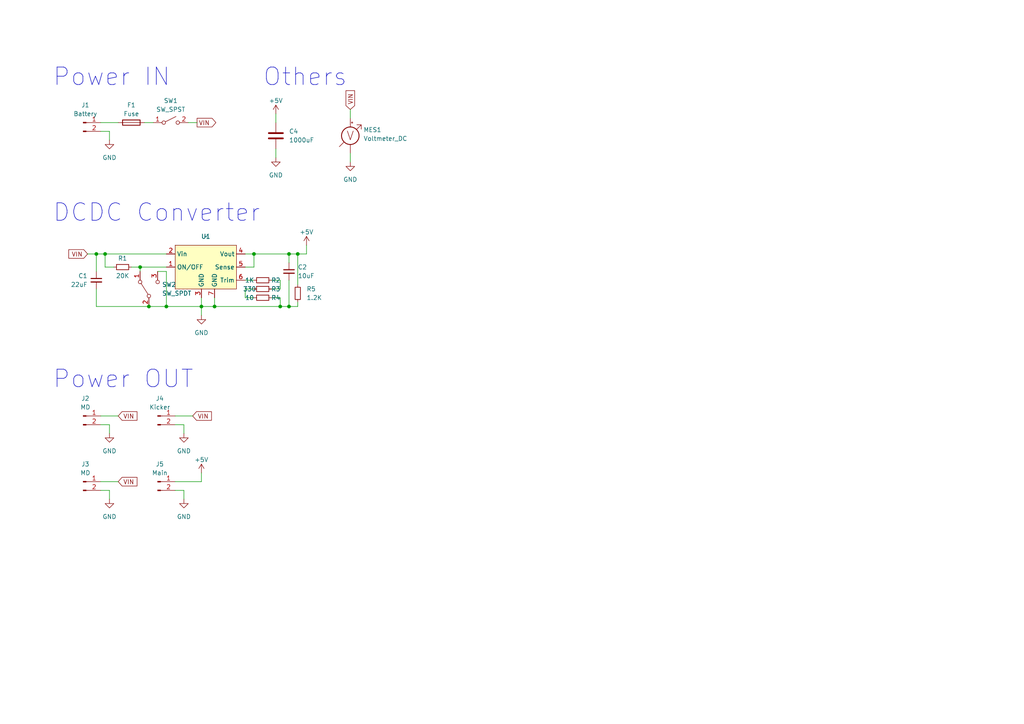
<source format=kicad_sch>
(kicad_sch (version 20230121) (generator eeschema)
  (paper "A4")
  (lib_symbols
    (symbol "@2023-2_PowerSupply:OKL-T/6-W12"
      (property "Reference" "U" (at 0 2.54 0))
      (symbol "OKL-T/6-W12_1_1"
        (rectangle (start -8.89 0) (end 8.89 -12.7) (fill (type background)))
        (pin passive line (at -11.43 -6.35 0) (length 2.54) (name "ON/OFF") (number "1"))
        (pin passive line (at -11.43 -2.54 0) (length 2.54) (name "Vin") (number "2"))
        (pin passive line (at -1.27 -15.24 90) (length 2.54) (name "GND") (number "3"))
        (pin passive line (at 11.43 -2.54 180) (length 2.54) (name "Vout") (number "4"))
        (pin passive line (at 11.43 -6.35 180) (length 2.54) (name "Sense") (number "5"))
        (pin passive line (at 11.43 -10.16 180) (length 2.54) (name "Trim") (number "6"))
        (pin passive line (at 2.54 -15.24 90) (length 2.54) (name "GND") (number "7"))
      )
    )
    (symbol "Connector:Conn_01x02_Pin" (pin_names (offset 1.016) hide)
      (property "Reference" "J" (at 0 2.54 0))
      (property "Value" "Conn_01x02_Pin" (at 0 -5.08 0))
      (symbol "Conn_01x02_Pin_1_1"
        (polyline (pts (xy 1.27 -2.54) (xy 0.8636 -2.54)) (stroke (width 0.1524)))
        (polyline (pts (xy 1.27 0) (xy 0.8636 0)) (stroke (width 0.1524)))
        (rectangle (start 0.8636 -2.413) (end 0 -2.667) (stroke (width 0.1524)) (fill (type outline)))
        (rectangle (start 0.8636 0.127) (end 0 -0.127) (stroke (width 0.1524)) (fill (type outline)))
        (pin passive line (at 5.08 0 180) (length 3.81) (name "Pin_1") (number "1"))
        (pin passive line (at 5.08 -2.54 180) (length 3.81) (name "Pin_2") (number "2"))
      )
    )
    (symbol "Device:C" (pin_numbers hide) (pin_names (offset 0.254))
      (property "Reference" "C" (at 0.635 2.54 0))
      (property "Value" "C" (at 0.635 -2.54 0))
      (symbol "C_0_1"
        (polyline (pts (xy -2.032 -0.762) (xy 2.032 -0.762)) (stroke (width 0.508)))
        (polyline (pts (xy -2.032 0.762) (xy 2.032 0.762)) (stroke (width 0.508)))
      )
      (symbol "C_1_1"
        (pin passive line (at 0 3.81 270) (length 2.794) (name "~") (number "1"))
        (pin passive line (at 0 -3.81 90) (length 2.794) (name "~") (number "2"))
      )
    )
    (symbol "Device:C_Small" (pin_numbers hide) (pin_names (offset 0.254) hide)
      (property "Reference" "C" (at 0.254 1.778 0))
      (property "Value" "C_Small" (at 0.254 -2.032 0))
      (symbol "C_Small_0_1"
        (polyline (pts (xy -1.524 -0.508) (xy 1.524 -0.508)) (stroke (width 0.3302)))
        (polyline (pts (xy -1.524 0.508) (xy 1.524 0.508)) (stroke (width 0.3048)))
      )
      (symbol "C_Small_1_1"
        (pin passive line (at 0 2.54 270) (length 2.032) (name "~") (number "1"))
        (pin passive line (at 0 -2.54 90) (length 2.032) (name "~") (number "2"))
      )
    )
    (symbol "Device:Fuse" (pin_numbers hide) (pin_names (offset 0))
      (property "Reference" "F" (at 2.032 0 90))
      (property "Value" "Fuse" (at -1.905 0 90))
      (symbol "Fuse_0_1"
        (rectangle (start -0.762 -2.54) (end 0.762 2.54) (stroke (width 0.254)))
        (polyline (pts (xy 0 2.54) (xy 0 -2.54)))
      )
      (symbol "Fuse_1_1"
        (pin passive line (at 0 3.81 270) (length 1.27) (name "~") (number "1"))
        (pin passive line (at 0 -3.81 90) (length 1.27) (name "~") (number "2"))
      )
    )
    (symbol "Device:R_Small" (pin_numbers hide) (pin_names (offset 0.254) hide)
      (property "Reference" "R" (at 0.762 0.508 0))
      (property "Value" "R_Small" (at 0.762 -1.016 0))
      (symbol "R_Small_0_1"
        (rectangle (start -0.762 1.778) (end 0.762 -1.778) (stroke (width 0.2032)))
      )
      (symbol "R_Small_1_1"
        (pin passive line (at 0 2.54 270) (length 0.762) (name "~") (number "1"))
        (pin passive line (at 0 -2.54 90) (length 0.762) (name "~") (number "2"))
      )
    )
    (symbol "Device:Voltmeter_DC" (pin_numbers hide) (pin_names (offset 0.0254) hide)
      (property "Reference" "MES" (at -3.302 1.016 0))
      (property "Value" "Voltmeter_DC" (at -3.302 -0.762 0))
      (symbol "Voltmeter_DC_0_0"
        (polyline (pts (xy -3.175 -3.175) (xy -1.905 -1.905)))
        (polyline (pts (xy 1.905 1.905) (xy 3.175 3.175)))
        (polyline (pts (xy 1.905 3.175) (xy 3.175 3.175) (xy 3.175 1.905)))
        (text "V" (at 0 0 0) (effects (font (size 2.54 2.54))))
      )
      (symbol "Voltmeter_DC_0_1"
        (polyline (pts (xy 0.254 3.81) (xy 0.762 3.81)))
        (polyline (pts (xy 0.508 4.064) (xy 0.508 3.556)))
        (circle (center 0 0) (radius 2.54) (stroke (width 0.254)))
      )
      (symbol "Voltmeter_DC_1_1"
        (pin passive line (at 0 -5.08 90) (length 2.54) (name "-") (number "1"))
        (pin passive line (at 0 5.08 270) (length 2.54) (name "+") (number "2"))
      )
    )
    (symbol "Switch:SW_SPDT" (pin_names (offset 0) hide)
      (property "Reference" "SW" (at 0 4.318 0))
      (property "Value" "SW_SPDT" (at 0 -5.08 0))
      (symbol "SW_SPDT_0_0"
        (circle (center -2.032 0) (radius 0.508))
        (circle (center 2.032 -2.54) (radius 0.508))
      )
      (symbol "SW_SPDT_0_1"
        (polyline (pts (xy -1.524 0.254) (xy 1.651 2.286)))
        (circle (center 2.032 2.54) (radius 0.508))
      )
      (symbol "SW_SPDT_1_1"
        (pin passive line (at 5.08 2.54 180) (length 2.54) (name "A") (number "1"))
        (pin passive line (at -5.08 0 0) (length 2.54) (name "B") (number "2"))
        (pin passive line (at 5.08 -2.54 180) (length 2.54) (name "C") (number "3"))
      )
    )
    (symbol "Switch:SW_SPST" (pin_names (offset 0) hide)
      (property "Reference" "SW" (at 0 3.175 0))
      (property "Value" "SW_SPST" (at 0 -2.54 0))
      (symbol "SW_SPST_0_0"
        (circle (center -2.032 0) (radius 0.508))
        (polyline (pts (xy -1.524 0.254) (xy 1.524 1.778)))
        (circle (center 2.032 0) (radius 0.508))
      )
      (symbol "SW_SPST_1_1"
        (pin passive line (at -5.08 0 0) (length 2.54) (name "A") (number "1"))
        (pin passive line (at 5.08 0 180) (length 2.54) (name "B") (number "2"))
      )
    )
    (symbol "power:+5V" (power) (pin_names (offset 0))
      (property "Value" "+5V" (at 0 3.556 0))
      (symbol "+5V_0_1"
        (polyline (pts (xy -0.762 1.27) (xy 0 2.54)))
        (polyline (pts (xy 0 0) (xy 0 2.54)))
        (polyline (pts (xy 0 2.54) (xy 0.762 1.27)))
      )
      (symbol "+5V_1_1"
        (pin power_in line (at 0 0 90) (length 0) hide (name "+5V") (number "1"))
      )
    )
    (symbol "power:GND" (power) (pin_names (offset 0))
      (property "Value" "GND" (at 0 -3.81 0))
      (symbol "GND_0_1"
        (polyline (pts (xy 0 0) (xy 0 -1.27) (xy 1.27 -1.27) (xy 0 -2.54) (xy -1.27 -1.27) (xy 0 -1.27)))
      )
      (symbol "GND_1_1"
        (pin power_in line (at 0 0 270) (length 0) hide (name "GND") (number "1"))
      )
    )
  )
  (junction (at 73.66 73.66))
  (junction (at 48.26 88.9))
  (junction (at 83.82 73.66))
  (junction (at 58.42 88.9))
  (junction (at 86.36 73.66))
  (junction (at 40.64 77.47))
  (junction (at 62.23 88.9))
  (junction (at 81.28 88.9))
  (junction (at 43.18 88.9))
  (junction (at 27.94 73.66))
  (junction (at 30.48 73.66))
  (junction (at 83.82 88.9))
  (wire (pts (xy 101.6 31.75) (xy 101.6 34.29)))
  (wire (pts (xy 48.26 88.9) (xy 58.42 88.9)))
  (wire (pts (xy 83.82 73.66) (xy 83.82 76.2)))
  (wire (pts (xy 81.28 86.36) (xy 81.28 88.9)))
  (wire (pts (xy 62.23 88.9) (xy 62.23 86.36)))
  (wire (pts (xy 81.28 88.9) (xy 83.82 88.9)))
  (wire (pts (xy 78.74 81.28) (xy 81.28 81.28)))
  (wire (pts (xy 58.42 137.16) (xy 58.42 139.7)))
  (wire (pts (xy 29.21 139.7) (xy 34.29 139.7)))
  (wire (pts (xy 71.12 73.66) (xy 73.66 73.66)))
  (wire (pts (xy 29.21 38.1) (xy 31.75 38.1)))
  (wire (pts (xy 58.42 88.9) (xy 58.42 91.44)))
  (wire (pts (xy 25.4 73.66) (xy 27.94 73.66)))
  (wire (pts (xy 58.42 88.9) (xy 62.23 88.9)))
  (wire (pts (xy 50.8 120.65) (xy 55.88 120.65)))
  (wire (pts (xy 53.34 123.19) (xy 53.34 125.73)))
  (wire (pts (xy 78.74 86.36) (xy 81.28 86.36)))
  (wire (pts (xy 50.8 123.19) (xy 53.34 123.19)))
  (wire (pts (xy 50.8 139.7) (xy 58.42 139.7)))
  (wire (pts (xy 88.9 71.12) (xy 88.9 73.66)))
  (wire (pts (xy 101.6 44.45) (xy 101.6 46.99)))
  (wire (pts (xy 30.48 73.66) (xy 30.48 77.47)))
  (wire (pts (xy 81.28 83.82) (xy 78.74 83.82)))
  (wire (pts (xy 53.34 142.24) (xy 53.34 144.78)))
  (wire (pts (xy 73.66 73.66) (xy 83.82 73.66)))
  (wire (pts (xy 31.75 123.19) (xy 31.75 125.73)))
  (wire (pts (xy 81.28 81.28) (xy 81.28 83.82)))
  (wire (pts (xy 48.26 78.74) (xy 48.26 88.9)))
  (wire (pts (xy 80.01 43.18) (xy 80.01 45.72)))
  (wire (pts (xy 30.48 73.66) (xy 48.26 73.66)))
  (wire (pts (xy 29.21 142.24) (xy 31.75 142.24)))
  (wire (pts (xy 86.36 73.66) (xy 88.9 73.66)))
  (wire (pts (xy 29.21 120.65) (xy 34.29 120.65)))
  (wire (pts (xy 27.94 83.82) (xy 27.94 88.9)))
  (wire (pts (xy 27.94 73.66) (xy 30.48 73.66)))
  (wire (pts (xy 58.42 86.36) (xy 58.42 88.9)))
  (wire (pts (xy 71.12 77.47) (xy 73.66 77.47)))
  (wire (pts (xy 33.02 77.47) (xy 30.48 77.47)))
  (wire (pts (xy 31.75 38.1) (xy 31.75 40.64)))
  (wire (pts (xy 86.36 82.55) (xy 86.36 73.66)))
  (wire (pts (xy 83.82 88.9) (xy 86.36 88.9)))
  (wire (pts (xy 40.64 77.47) (xy 48.26 77.47)))
  (wire (pts (xy 27.94 73.66) (xy 27.94 78.74)))
  (wire (pts (xy 80.01 33.02) (xy 80.01 35.56)))
  (wire (pts (xy 45.72 78.74) (xy 48.26 78.74)))
  (wire (pts (xy 50.8 142.24) (xy 53.34 142.24)))
  (wire (pts (xy 83.82 81.28) (xy 83.82 88.9)))
  (wire (pts (xy 73.66 77.47) (xy 73.66 73.66)))
  (wire (pts (xy 71.12 81.28) (xy 73.66 81.28)))
  (wire (pts (xy 86.36 87.63) (xy 86.36 88.9)))
  (wire (pts (xy 62.23 88.9) (xy 81.28 88.9)))
  (wire (pts (xy 54.61 35.56) (xy 57.15 35.56)))
  (wire (pts (xy 38.1 77.47) (xy 40.64 77.47)))
  (wire (pts (xy 71.12 86.36) (xy 73.66 86.36)))
  (wire (pts (xy 27.94 88.9) (xy 43.18 88.9)))
  (wire (pts (xy 71.12 83.82) (xy 71.12 86.36)))
  (wire (pts (xy 41.91 35.56) (xy 44.45 35.56)))
  (wire (pts (xy 43.18 88.9) (xy 48.26 88.9)))
  (wire (pts (xy 29.21 123.19) (xy 31.75 123.19)))
  (wire (pts (xy 31.75 142.24) (xy 31.75 144.78)))
  (wire (pts (xy 83.82 73.66) (xy 86.36 73.66)))
  (wire (pts (xy 40.64 77.47) (xy 40.64 78.74)))
  (wire (pts (xy 73.66 83.82) (xy 71.12 83.82)))
  (wire (pts (xy 29.21 35.56) (xy 34.29 35.56)))
  (text "Power OUT" (at 15.24 113.03 0) (effects (font (size 5.08 5.08)) (justify left bottom)))
  (text "Others" (at 76.2 25.4 0) (effects (font (size 5.08 5.08)) (justify left bottom)))
  (text "DCDC Converter" (at 15.24 64.77 0) (effects (font (size 5.08 5.08)) (justify left bottom)))
  (text "Power IN" (at 15.24 25.4 0) (effects (font (size 5.08 5.08)) (justify left bottom)))
  (global_label "VIN" (shape output) (at 57.15 35.56 0) (property "Intersheetrefs" "${INTERSHEET_REFS}" (effects hide)))
  (global_label "VIN" (shape input) (at 101.6 31.75 90) (property "Intersheetrefs" "${INTERSHEET_REFS}" (effects hide)))
  (global_label "VIN" (shape input) (at 34.29 120.65 0) (property "Intersheetrefs" "${INTERSHEET_REFS}" (effects hide)))
  (global_label "VIN" (shape input) (at 55.88 120.65 0) (property "Intersheetrefs" "${INTERSHEET_REFS}" (effects hide)))
  (global_label "VIN" (shape input) (at 34.29 139.7 0) (property "Intersheetrefs" "${INTERSHEET_REFS}" (effects hide)))
  (global_label "VIN" (shape input) (at 25.4 73.66 180) (property "Intersheetrefs" "${INTERSHEET_REFS}" (effects hide)))
  (symbol (lib_id "Device:C_Small") (at 83.82 78.74 0) (unit 1)
    (property "Reference" "C2" (at 86.36 77.4763 0) (effects (justify left)))
    (property "Value" "10uF" (at 86.36 80.0163 0) (effects (justify left)))
    (property "Footprint" "Capacitor_SMD:C_0603_1608Metric" (effects hide))
  )
  (symbol (lib_id "power:GND") (at 53.34 144.78 0) (unit 1)
    (property "Reference" "#PWR010" (effects hide))
    (property "Value" "GND" (at 53.34 149.86 0))
  )
  (symbol (lib_id "power:GND") (at 31.75 144.78 0) (unit 1)
    (property "Reference" "#PWR08" (effects hide))
    (property "Value" "GND" (at 31.75 149.86 0))
  )
  (symbol (lib_id "power:+5V") (at 88.9 71.12 0) (unit 1)
    (property "Reference" "#PWR03" (effects hide))
    (property "Value" "+5V" (at 88.9 67.31 0))
  )
  (symbol (lib_id "power:GND") (at 53.34 125.73 0) (unit 1)
    (property "Reference" "#PWR09" (effects hide))
    (property "Value" "GND" (at 53.34 130.81 0))
  )
  (symbol (lib_id "power:GND") (at 58.42 91.44 0) (unit 1)
    (property "Reference" "#PWR02" (effects hide))
    (property "Value" "GND" (at 58.42 96.52 0))
  )
  (symbol (lib_id "Device:R_Small") (at 76.2 81.28 90) (unit 1)
    (property "Reference" "R2" (at 80.01 81.28 90))
    (property "Value" "1K" (at 72.39 81.28 90))
    (property "Footprint" "Resistor_THT:R_Axial_DIN0207_L6.3mm_D2.5mm_P7.62mm_Horizontal" (effects hide))
  )
  (symbol (lib_id "Connector:Conn_01x02_Pin") (at 45.72 120.65 0) (unit 1)
    (property "Reference" "J4" (at 46.355 115.57 0))
    (property "Value" "Kicker" (at 46.355 118.11 0))
    (property "Footprint" "Connector_JST:JST_XH_B2B-XH-A_1x02_P2.50mm_Vertical" (effects hide))
  )
  (symbol (lib_id "Switch:SW_SPDT") (at 43.18 83.82 90) (unit 1)
    (property "Reference" "SW2" (at 46.99 82.55 90) (effects (justify right)))
    (property "Value" "SW_SPDT" (at 46.99 85.09 90) (effects (justify right)))
    (property "Footprint" "@2023-2_PowerSupply:SS12D01G4" (effects hide))
  )
  (symbol (lib_id "Device:C_Small") (at 27.94 81.28 0) (unit 1)
    (property "Reference" "C1" (at 25.4 80.01 0) (effects (justify right)))
    (property "Value" "22uF" (at 25.4 82.55 0) (effects (justify right)))
    (property "Footprint" "Capacitor_SMD:C_0603_1608Metric" (effects hide))
  )
  (symbol (lib_id "@2023-2_PowerSupply:OKL-T/6-W12") (at 59.69 71.12 0) (unit 1)
    (property "Reference" "U1" (at 59.69 68.58 0))
    (property "Value" "~" (at 59.69 68.58 0))
    (property "Footprint" "@2023-2_PowerSupply:OKL-T6-W12N-C" (effects hide))
  )
  (symbol (lib_id "power:+5V") (at 58.42 137.16 0) (unit 1)
    (property "Reference" "#PWR011" (effects hide))
    (property "Value" "+5V" (at 58.42 133.35 0))
  )
  (symbol (lib_id "power:GND") (at 101.6 46.99 0) (unit 1)
    (property "Reference" "#PWR04" (effects hide))
    (property "Value" "GND" (at 101.6 52.07 0))
  )
  (symbol (lib_id "power:GND") (at 80.01 45.72 0) (unit 1)
    (property "Reference" "#PWR05" (effects hide))
    (property "Value" "GND" (at 80.01 50.8 0))
  )
  (symbol (lib_id "Connector:Conn_01x02_Pin") (at 45.72 139.7 0) (unit 1)
    (property "Reference" "J5" (at 46.355 134.62 0))
    (property "Value" "Main" (at 46.355 137.16 0))
    (property "Footprint" "Connector_JST:JST_XH_B2B-XH-A_1x02_P2.50mm_Vertical" (effects hide))
  )
  (symbol (lib_id "Connector:Conn_01x02_Pin") (at 24.13 35.56 0) (unit 1)
    (property "Reference" "J1" (at 24.765 30.48 0))
    (property "Value" "Battery" (at 24.765 33.02 0))
    (property "Footprint" "Connector_JST:JST_VH_B2P-VH-B_1x02_P3.96mm_Vertical" (effects hide))
  )
  (symbol (lib_id "Device:R_Small") (at 86.36 85.09 0) (unit 1)
    (property "Reference" "R5" (at 88.9 83.82 0) (effects (justify left)))
    (property "Value" "1.2K" (at 88.9 86.36 0) (effects (justify left)))
    (property "Footprint" "Resistor_THT:R_Axial_DIN0207_L6.3mm_D2.5mm_P7.62mm_Horizontal" (effects hide))
  )
  (symbol (lib_id "Device:R_Small") (at 35.56 77.47 270) (unit 1)
    (property "Reference" "R1" (at 35.56 74.93 90))
    (property "Value" "20K" (at 35.56 80.01 90))
    (property "Footprint" "Resistor_THT:R_Axial_DIN0207_L6.3mm_D2.5mm_P7.62mm_Horizontal" (effects hide))
  )
  (symbol (lib_id "Device:Fuse") (at 38.1 35.56 90) (unit 1)
    (property "Reference" "F1" (at 38.1 30.48 90))
    (property "Value" "Fuse" (at 38.1 33.02 90))
    (property "Footprint" "@2023-2_PowerSupply:Fuse" (effects hide))
  )
  (symbol (lib_id "Connector:Conn_01x02_Pin") (at 24.13 120.65 0) (unit 1)
    (property "Reference" "J2" (at 24.765 115.57 0))
    (property "Value" "MD" (at 24.765 118.11 0))
    (property "Footprint" "Connector_JST:JST_VH_B2P-VH-B_1x02_P3.96mm_Vertical" (effects hide))
  )
  (symbol (lib_id "Device:C") (at 80.01 39.37 0) (unit 1)
    (property "Reference" "C4" (at 83.82 38.1 0) (effects (justify left)))
    (property "Value" "1000uF" (at 83.82 40.64 0) (effects (justify left)))
    (property "Footprint" "Capacitor_THT:CP_Radial_D10.0mm_P5.00mm" (effects hide))
  )
  (symbol (lib_id "Device:Voltmeter_DC") (at 101.6 39.37 0) (unit 1)
    (property "Reference" "MES1" (at 105.41 37.6555 0) (effects (justify left)))
    (property "Value" "Voltmeter_DC" (at 105.41 40.1955 0) (effects (justify left)))
    (property "Footprint" "@2023_PowerSupply:VoltMeter" (effects hide))
  )
  (symbol (lib_id "Device:R_Small") (at 76.2 86.36 90) (unit 1)
    (property "Reference" "R4" (at 80.01 86.36 90))
    (property "Value" "10" (at 72.39 86.36 90))
    (property "Footprint" "Resistor_THT:R_Axial_DIN0207_L6.3mm_D2.5mm_P7.62mm_Horizontal" (effects hide))
  )
  (symbol (lib_id "Switch:SW_SPST") (at 49.53 35.56 0) (unit 1)
    (property "Reference" "SW1" (at 49.53 29.21 0))
    (property "Value" "SW_SPST" (at 49.53 31.75 0))
    (property "Footprint" "@2023-2_PowerSupply:RA1113112R" (effects hide))
  )
  (symbol (lib_id "Connector:Conn_01x02_Pin") (at 24.13 139.7 0) (unit 1)
    (property "Reference" "J3" (at 24.765 134.62 0))
    (property "Value" "MD" (at 24.765 137.16 0))
    (property "Footprint" "Connector_JST:JST_VH_B2P-VH-B_1x02_P3.96mm_Vertical" (effects hide))
  )
  (symbol (lib_id "power:+5V") (at 80.01 33.02 0) (unit 1)
    (property "Reference" "#PWR06" (effects hide))
    (property "Value" "+5V" (at 80.01 29.21 0))
  )
  (symbol (lib_id "Device:R_Small") (at 76.2 83.82 90) (unit 1)
    (property "Reference" "R3" (at 80.01 83.82 90))
    (property "Value" "330" (at 72.39 83.82 90))
    (property "Footprint" "Resistor_THT:R_Axial_DIN0207_L6.3mm_D2.5mm_P7.62mm_Horizontal" (effects hide))
  )
  (symbol (lib_id "power:GND") (at 31.75 40.64 0) (unit 1)
    (property "Reference" "#PWR01" (effects hide))
    (property "Value" "GND" (at 31.75 45.72 0))
  )
  (symbol (lib_id "power:GND") (at 31.75 125.73 0) (unit 1)
    (property "Reference" "#PWR07" (effects hide))
    (property "Value" "GND" (at 31.75 130.81 0))
  )
)
</source>
